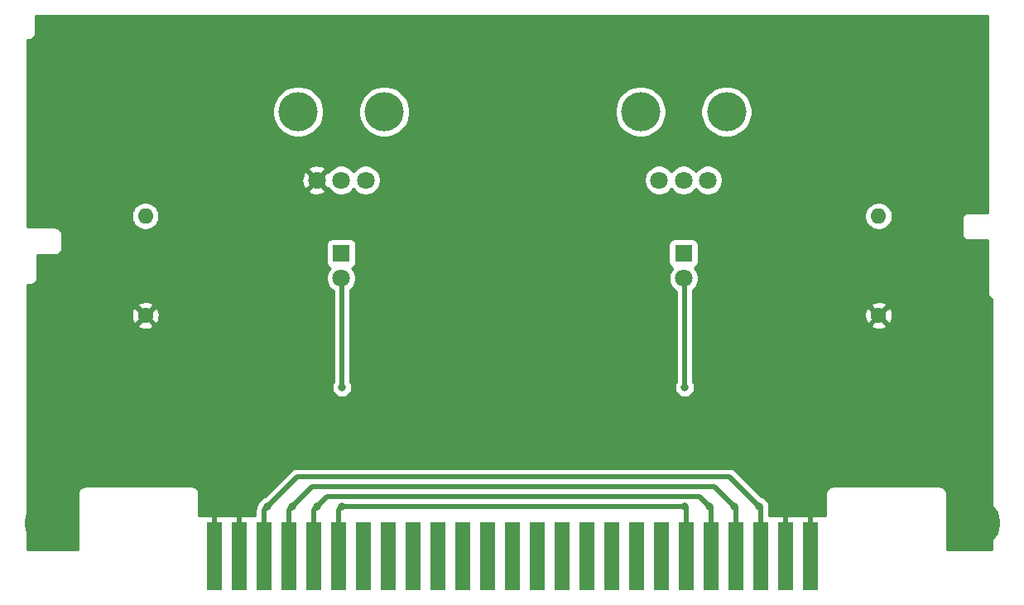
<source format=gbr>
G04 #@! TF.GenerationSoftware,KiCad,Pcbnew,(5.1.7)-1*
G04 #@! TF.CreationDate,2022-04-10T18:55:10-05:00*
G04 #@! TF.ProjectId,ConsolePedalDistortionSMT,436f6e73-6f6c-4655-9065-64616c446973,rev?*
G04 #@! TF.SameCoordinates,Original*
G04 #@! TF.FileFunction,Copper,L2,Bot*
G04 #@! TF.FilePolarity,Positive*
%FSLAX46Y46*%
G04 Gerber Fmt 4.6, Leading zero omitted, Abs format (unit mm)*
G04 Created by KiCad (PCBNEW (5.1.7)-1) date 2022-04-10 18:55:10*
%MOMM*%
%LPD*%
G01*
G04 APERTURE LIST*
G04 #@! TA.AperFunction,ComponentPad*
%ADD10C,1.600000*%
G04 #@! TD*
G04 #@! TA.AperFunction,ComponentPad*
%ADD11O,1.600000X1.600000*%
G04 #@! TD*
G04 #@! TA.AperFunction,ComponentPad*
%ADD12R,1.800000X1.800000*%
G04 #@! TD*
G04 #@! TA.AperFunction,ComponentPad*
%ADD13C,1.800000*%
G04 #@! TD*
G04 #@! TA.AperFunction,WasherPad*
%ADD14C,4.000000*%
G04 #@! TD*
G04 #@! TA.AperFunction,ComponentPad*
%ADD15C,5.000000*%
G04 #@! TD*
G04 #@! TA.AperFunction,ConnectorPad*
%ADD16R,1.500000X7.000000*%
G04 #@! TD*
G04 #@! TA.AperFunction,ViaPad*
%ADD17C,0.800000*%
G04 #@! TD*
G04 #@! TA.AperFunction,Conductor*
%ADD18C,0.500000*%
G04 #@! TD*
G04 #@! TA.AperFunction,Conductor*
%ADD19C,0.254000*%
G04 #@! TD*
G04 #@! TA.AperFunction,Conductor*
%ADD20C,0.100000*%
G04 #@! TD*
G04 APERTURE END LIST*
D10*
G04 #@! TO.P,R5,1*
G04 #@! TO.N,GND*
X170215000Y-101350000D03*
D11*
G04 #@! TO.P,R5,2*
G04 #@! TO.N,Net-(D2-Pad1)*
X170215000Y-91190000D03*
G04 #@! TD*
D12*
G04 #@! TO.P,D1,1*
G04 #@! TO.N,Net-(D1-Pad1)*
X115250000Y-95000000D03*
D13*
G04 #@! TO.P,D1,2*
G04 #@! TO.N,/LEDPower*
X115250000Y-97540000D03*
G04 #@! TD*
G04 #@! TO.P,D2,2*
G04 #@! TO.N,/LEDPower*
X150250000Y-97540000D03*
D12*
G04 #@! TO.P,D2,1*
G04 #@! TO.N,Net-(D2-Pad1)*
X150250000Y-95000000D03*
G04 #@! TD*
D14*
G04 #@! TO.P,RV1,*
G04 #@! TO.N,*
X154650000Y-80500000D03*
X145850000Y-80500000D03*
D13*
G04 #@! TO.P,RV1,1*
G04 #@! TO.N,Net-(C1-Pad2)*
X152750000Y-87500000D03*
G04 #@! TO.P,RV1,2*
G04 #@! TO.N,/Input*
X150250000Y-87500000D03*
G04 #@! TO.P,RV1,3*
X147750000Y-87500000D03*
G04 #@! TD*
G04 #@! TO.P,RV2,3*
G04 #@! TO.N,GND*
X112750000Y-87500000D03*
G04 #@! TO.P,RV2,2*
G04 #@! TO.N,/Output*
X115250000Y-87500000D03*
G04 #@! TO.P,RV2,1*
G04 #@! TO.N,Net-(C2-Pad1)*
X117750000Y-87500000D03*
D14*
G04 #@! TO.P,RV2,*
G04 #@! TO.N,*
X110850000Y-80500000D03*
X119650000Y-80500000D03*
G04 #@! TD*
D15*
G04 #@! TO.P,H1,1*
G04 #@! TO.N,GND*
X85350000Y-122600000D03*
G04 #@! TD*
G04 #@! TO.P,H2,1*
G04 #@! TO.N,GND*
X180150000Y-122600000D03*
G04 #@! TD*
D16*
G04 #@! TO.P,J1,50*
G04 #@! TO.N,GND*
X163230000Y-126000000D03*
G04 #@! TO.P,J1,49*
X160690000Y-126000000D03*
G04 #@! TO.P,J1,48*
G04 #@! TO.N,/Input*
X158150000Y-126000000D03*
G04 #@! TO.P,J1,47*
G04 #@! TO.N,/Output*
X155610000Y-126000000D03*
G04 #@! TO.P,J1,46*
G04 #@! TO.N,+9V*
X153070000Y-126000000D03*
G04 #@! TO.P,J1,45*
G04 #@! TO.N,/LEDPower*
X150530000Y-126000000D03*
G04 #@! TO.P,J1,44*
G04 #@! TO.N,N/C*
X147990000Y-126000000D03*
G04 #@! TO.P,J1,43*
X145450000Y-126000000D03*
G04 #@! TO.P,J1,42*
X142910000Y-126000000D03*
G04 #@! TO.P,J1,41*
X140370000Y-126000000D03*
G04 #@! TO.P,J1,40*
X137830000Y-126000000D03*
G04 #@! TO.P,J1,39*
X135290000Y-126000000D03*
G04 #@! TO.P,J1,38*
X132750000Y-126000000D03*
G04 #@! TO.P,J1,37*
X130210000Y-126000000D03*
G04 #@! TO.P,J1,36*
X127670000Y-126000000D03*
G04 #@! TO.P,J1,35*
X125130000Y-126000000D03*
G04 #@! TO.P,J1,34*
X122590000Y-126000000D03*
G04 #@! TO.P,J1,33*
X120050000Y-126000000D03*
G04 #@! TO.P,J1,32*
X117510000Y-126000000D03*
G04 #@! TO.P,J1,31*
G04 #@! TO.N,/LEDPower*
X114970000Y-126000000D03*
G04 #@! TO.P,J1,30*
G04 #@! TO.N,+9V*
X112430000Y-126000000D03*
G04 #@! TO.P,J1,29*
G04 #@! TO.N,/Output*
X109890000Y-126000000D03*
G04 #@! TO.P,J1,28*
G04 #@! TO.N,/Input*
X107350000Y-126000000D03*
G04 #@! TO.P,J1,27*
G04 #@! TO.N,GND*
X104810000Y-126000000D03*
G04 #@! TO.P,J1,26*
X102270000Y-126000000D03*
G04 #@! TD*
D10*
G04 #@! TO.P,R4,1*
G04 #@! TO.N,GND*
X95215000Y-101350000D03*
D11*
G04 #@! TO.P,R4,2*
G04 #@! TO.N,Net-(D1-Pad1)*
X95215000Y-91190000D03*
G04 #@! TD*
D17*
G04 #@! TO.N,GND*
X160528000Y-120904000D03*
X163068000Y-120904000D03*
X105156000Y-120904000D03*
X102616000Y-120904000D03*
X121920000Y-99568000D03*
X137160000Y-99568000D03*
X125476000Y-106172000D03*
X141224000Y-106172000D03*
X144272000Y-90932000D03*
G04 #@! TO.N,/LEDPower*
X150368000Y-120904000D03*
X115316000Y-120904000D03*
X150368000Y-108712000D03*
X115316000Y-108712000D03*
G04 #@! TO.N,/Input*
X157988000Y-120904000D03*
X107696000Y-120904000D03*
G04 #@! TO.N,/Output*
X155448000Y-120904000D03*
X110236000Y-120904000D03*
G04 #@! TO.N,+9V*
X152908000Y-120904000D03*
X112776000Y-120904000D03*
G04 #@! TD*
D18*
G04 #@! TO.N,GND*
X102270000Y-121250000D02*
X102616000Y-120904000D01*
X102270000Y-126000000D02*
X102270000Y-121250000D01*
X104810000Y-121250000D02*
X105156000Y-120904000D01*
X104810000Y-126000000D02*
X104810000Y-121250000D01*
X160690000Y-121066000D02*
X160528000Y-120904000D01*
X160690000Y-126000000D02*
X160690000Y-121066000D01*
X163230000Y-121066000D02*
X163068000Y-120904000D01*
X163230000Y-126000000D02*
X163230000Y-121066000D01*
G04 #@! TO.N,/LEDPower*
X114970000Y-121250000D02*
X115316000Y-120904000D01*
X114970000Y-126000000D02*
X114970000Y-121250000D01*
X150530000Y-121066000D02*
X150368000Y-120904000D01*
X150530000Y-126000000D02*
X150530000Y-121066000D01*
X115316000Y-120904000D02*
X150368000Y-120904000D01*
X150368000Y-97658000D02*
X150250000Y-97540000D01*
X150368000Y-108712000D02*
X150368000Y-97658000D01*
X115316000Y-97606000D02*
X115250000Y-97540000D01*
X115316000Y-108712000D02*
X115316000Y-97606000D01*
G04 #@! TO.N,/Input*
X158150000Y-121066000D02*
X157988000Y-120904000D01*
X158150000Y-126000000D02*
X158150000Y-121066000D01*
X107350000Y-121250000D02*
X107696000Y-120904000D01*
X107350000Y-126000000D02*
X107350000Y-121250000D01*
X157988000Y-120904000D02*
X154940000Y-117856000D01*
X110744000Y-117856000D02*
X107696000Y-120904000D01*
X154940000Y-117856000D02*
X110744000Y-117856000D01*
G04 #@! TO.N,/Output*
X109890000Y-121250000D02*
X110236000Y-120904000D01*
X109890000Y-126000000D02*
X109890000Y-121250000D01*
X155610000Y-121066000D02*
X155448000Y-120904000D01*
X155610000Y-126000000D02*
X155610000Y-121066000D01*
X153416000Y-118872000D02*
X155448000Y-120904000D01*
X112268000Y-118872000D02*
X153416000Y-118872000D01*
X110236000Y-120904000D02*
X112268000Y-118872000D01*
G04 #@! TO.N,+9V*
X153070000Y-121066000D02*
X152908000Y-120904000D01*
X153070000Y-126000000D02*
X153070000Y-121066000D01*
X112430000Y-121250000D02*
X112776000Y-120904000D01*
X112430000Y-126000000D02*
X112430000Y-121250000D01*
X113792000Y-119888000D02*
X112776000Y-120904000D01*
X151892000Y-119888000D02*
X113792000Y-119888000D01*
X152908000Y-120904000D02*
X151892000Y-119888000D01*
G04 #@! TD*
D19*
G04 #@! TO.N,GND*
X181323001Y-90823000D02*
X179433252Y-90823000D01*
X179400000Y-90819725D01*
X179366748Y-90823000D01*
X179267285Y-90832796D01*
X179139670Y-90871508D01*
X179022059Y-90934372D01*
X178918973Y-91018973D01*
X178834372Y-91122059D01*
X178771508Y-91239670D01*
X178732796Y-91367285D01*
X178719725Y-91500000D01*
X178723001Y-91533262D01*
X178723000Y-92966747D01*
X178719725Y-93000000D01*
X178732796Y-93132715D01*
X178771508Y-93260330D01*
X178834372Y-93377941D01*
X178918973Y-93481027D01*
X179022059Y-93565628D01*
X179139670Y-93628492D01*
X179267285Y-93667204D01*
X179400000Y-93680275D01*
X179433252Y-93677000D01*
X181323000Y-93677000D01*
X181323001Y-98966738D01*
X181319725Y-99000000D01*
X181332796Y-99132715D01*
X181371508Y-99260330D01*
X181434372Y-99377941D01*
X181518973Y-99481027D01*
X181622059Y-99565628D01*
X181739670Y-99628492D01*
X181823001Y-99653770D01*
X181823000Y-125323000D01*
X177177000Y-125323000D01*
X177177000Y-119533252D01*
X177180275Y-119500000D01*
X177167204Y-119367285D01*
X177128492Y-119239670D01*
X177065628Y-119122059D01*
X176981027Y-119018973D01*
X176877941Y-118934372D01*
X176760330Y-118871508D01*
X176632715Y-118832796D01*
X176533252Y-118823000D01*
X176500000Y-118819725D01*
X176466748Y-118823000D01*
X165513252Y-118823000D01*
X165480000Y-118819725D01*
X165446748Y-118823000D01*
X165347285Y-118832796D01*
X165219670Y-118871508D01*
X165102059Y-118934372D01*
X164998973Y-119018973D01*
X164914372Y-119122059D01*
X164851508Y-119239670D01*
X164812796Y-119367285D01*
X164799725Y-119500000D01*
X164803001Y-119533262D01*
X164803001Y-121793000D01*
X159027000Y-121793000D01*
X159027000Y-121109079D01*
X159031243Y-121066000D01*
X159015000Y-120901084D01*
X159015000Y-120802849D01*
X158975533Y-120604435D01*
X158898115Y-120417533D01*
X158785723Y-120249326D01*
X158642674Y-120106277D01*
X158474467Y-119993885D01*
X158287565Y-119916467D01*
X158229104Y-119904838D01*
X155590597Y-117266332D01*
X155563133Y-117232867D01*
X155429592Y-117123273D01*
X155277237Y-117041838D01*
X155111922Y-116991690D01*
X154983079Y-116979000D01*
X154940000Y-116974757D01*
X154896921Y-116979000D01*
X110787079Y-116979000D01*
X110744000Y-116974757D01*
X110572077Y-116991690D01*
X110406763Y-117041838D01*
X110254408Y-117123273D01*
X110120867Y-117232867D01*
X110093408Y-117266326D01*
X107454897Y-119904838D01*
X107396435Y-119916467D01*
X107209533Y-119993885D01*
X107041326Y-120106277D01*
X106898277Y-120249326D01*
X106785885Y-120417533D01*
X106708467Y-120604435D01*
X106696691Y-120663637D01*
X106617274Y-120760408D01*
X106535838Y-120912764D01*
X106485690Y-121078078D01*
X106468757Y-121250000D01*
X106473001Y-121293089D01*
X106473001Y-121793000D01*
X100697000Y-121793000D01*
X100697000Y-119533252D01*
X100700275Y-119500000D01*
X100687204Y-119367285D01*
X100648492Y-119239670D01*
X100585628Y-119122059D01*
X100501027Y-119018973D01*
X100397941Y-118934372D01*
X100280330Y-118871508D01*
X100152715Y-118832796D01*
X100053252Y-118823000D01*
X100020000Y-118819725D01*
X99986748Y-118823000D01*
X89033252Y-118823000D01*
X89000000Y-118819725D01*
X88966748Y-118823000D01*
X88867285Y-118832796D01*
X88739670Y-118871508D01*
X88622059Y-118934372D01*
X88518973Y-119018973D01*
X88434372Y-119122059D01*
X88371508Y-119239670D01*
X88332796Y-119367285D01*
X88319725Y-119500000D01*
X88323000Y-119533252D01*
X88323001Y-125323000D01*
X83177000Y-125323000D01*
X83177000Y-102342702D01*
X94401903Y-102342702D01*
X94473486Y-102586671D01*
X94728996Y-102707571D01*
X95003184Y-102776300D01*
X95285512Y-102790217D01*
X95565130Y-102748787D01*
X95831292Y-102653603D01*
X95956514Y-102586671D01*
X96028097Y-102342702D01*
X95215000Y-101529605D01*
X94401903Y-102342702D01*
X83177000Y-102342702D01*
X83177000Y-101420512D01*
X93774783Y-101420512D01*
X93816213Y-101700130D01*
X93911397Y-101966292D01*
X93978329Y-102091514D01*
X94222298Y-102163097D01*
X95035395Y-101350000D01*
X95394605Y-101350000D01*
X96207702Y-102163097D01*
X96451671Y-102091514D01*
X96572571Y-101836004D01*
X96641300Y-101561816D01*
X96655217Y-101279488D01*
X96613787Y-100999870D01*
X96518603Y-100733708D01*
X96451671Y-100608486D01*
X96207702Y-100536903D01*
X95394605Y-101350000D01*
X95035395Y-101350000D01*
X94222298Y-100536903D01*
X93978329Y-100608486D01*
X93857429Y-100863996D01*
X93788700Y-101138184D01*
X93774783Y-101420512D01*
X83177000Y-101420512D01*
X83177000Y-100357298D01*
X94401903Y-100357298D01*
X95215000Y-101170395D01*
X96028097Y-100357298D01*
X95956514Y-100113329D01*
X95701004Y-99992429D01*
X95426816Y-99923700D01*
X95144488Y-99909783D01*
X94864870Y-99951213D01*
X94598708Y-100046397D01*
X94473486Y-100113329D01*
X94401903Y-100357298D01*
X83177000Y-100357298D01*
X83177000Y-98177000D01*
X83466748Y-98177000D01*
X83500000Y-98180275D01*
X83533252Y-98177000D01*
X83632715Y-98167204D01*
X83760330Y-98128492D01*
X83877941Y-98065628D01*
X83981027Y-97981027D01*
X84065628Y-97877941D01*
X84128492Y-97760330D01*
X84167204Y-97632715D01*
X84180275Y-97500000D01*
X84177000Y-97466748D01*
X84177000Y-95177000D01*
X85966748Y-95177000D01*
X86000000Y-95180275D01*
X86033252Y-95177000D01*
X86132715Y-95167204D01*
X86260330Y-95128492D01*
X86377941Y-95065628D01*
X86481027Y-94981027D01*
X86565628Y-94877941D01*
X86628492Y-94760330D01*
X86667204Y-94632715D01*
X86680275Y-94500000D01*
X86677000Y-94466748D01*
X86677000Y-94100000D01*
X113719967Y-94100000D01*
X113719967Y-95900000D01*
X113732073Y-96022913D01*
X113767925Y-96141103D01*
X113826147Y-96250028D01*
X113904499Y-96345501D01*
X113999972Y-96423853D01*
X114108897Y-96482075D01*
X114139221Y-96491274D01*
X114063901Y-96566594D01*
X113896790Y-96816694D01*
X113781681Y-97094590D01*
X113723000Y-97389604D01*
X113723000Y-97690396D01*
X113781681Y-97985410D01*
X113896790Y-98263306D01*
X114063901Y-98513406D01*
X114276594Y-98726099D01*
X114439001Y-98834616D01*
X114439000Y-108175973D01*
X114405885Y-108225533D01*
X114328467Y-108412435D01*
X114289000Y-108610849D01*
X114289000Y-108813151D01*
X114328467Y-109011565D01*
X114405885Y-109198467D01*
X114518277Y-109366674D01*
X114661326Y-109509723D01*
X114829533Y-109622115D01*
X115016435Y-109699533D01*
X115214849Y-109739000D01*
X115417151Y-109739000D01*
X115615565Y-109699533D01*
X115802467Y-109622115D01*
X115970674Y-109509723D01*
X116113723Y-109366674D01*
X116226115Y-109198467D01*
X116303533Y-109011565D01*
X116343000Y-108813151D01*
X116343000Y-108610849D01*
X116303533Y-108412435D01*
X116226115Y-108225533D01*
X116193000Y-108175973D01*
X116193000Y-98746416D01*
X116223406Y-98726099D01*
X116436099Y-98513406D01*
X116603210Y-98263306D01*
X116718319Y-97985410D01*
X116777000Y-97690396D01*
X116777000Y-97389604D01*
X116718319Y-97094590D01*
X116603210Y-96816694D01*
X116436099Y-96566594D01*
X116360779Y-96491274D01*
X116391103Y-96482075D01*
X116500028Y-96423853D01*
X116595501Y-96345501D01*
X116673853Y-96250028D01*
X116732075Y-96141103D01*
X116767927Y-96022913D01*
X116780033Y-95900000D01*
X116780033Y-94100000D01*
X148719967Y-94100000D01*
X148719967Y-95900000D01*
X148732073Y-96022913D01*
X148767925Y-96141103D01*
X148826147Y-96250028D01*
X148904499Y-96345501D01*
X148999972Y-96423853D01*
X149108897Y-96482075D01*
X149139221Y-96491274D01*
X149063901Y-96566594D01*
X148896790Y-96816694D01*
X148781681Y-97094590D01*
X148723000Y-97389604D01*
X148723000Y-97690396D01*
X148781681Y-97985410D01*
X148896790Y-98263306D01*
X149063901Y-98513406D01*
X149276594Y-98726099D01*
X149491001Y-98869361D01*
X149491000Y-108175973D01*
X149457885Y-108225533D01*
X149380467Y-108412435D01*
X149341000Y-108610849D01*
X149341000Y-108813151D01*
X149380467Y-109011565D01*
X149457885Y-109198467D01*
X149570277Y-109366674D01*
X149713326Y-109509723D01*
X149881533Y-109622115D01*
X150068435Y-109699533D01*
X150266849Y-109739000D01*
X150469151Y-109739000D01*
X150667565Y-109699533D01*
X150854467Y-109622115D01*
X151022674Y-109509723D01*
X151165723Y-109366674D01*
X151278115Y-109198467D01*
X151355533Y-109011565D01*
X151395000Y-108813151D01*
X151395000Y-108610849D01*
X151355533Y-108412435D01*
X151278115Y-108225533D01*
X151245000Y-108175973D01*
X151245000Y-102342702D01*
X169401903Y-102342702D01*
X169473486Y-102586671D01*
X169728996Y-102707571D01*
X170003184Y-102776300D01*
X170285512Y-102790217D01*
X170565130Y-102748787D01*
X170831292Y-102653603D01*
X170956514Y-102586671D01*
X171028097Y-102342702D01*
X170215000Y-101529605D01*
X169401903Y-102342702D01*
X151245000Y-102342702D01*
X151245000Y-101420512D01*
X168774783Y-101420512D01*
X168816213Y-101700130D01*
X168911397Y-101966292D01*
X168978329Y-102091514D01*
X169222298Y-102163097D01*
X170035395Y-101350000D01*
X170394605Y-101350000D01*
X171207702Y-102163097D01*
X171451671Y-102091514D01*
X171572571Y-101836004D01*
X171641300Y-101561816D01*
X171655217Y-101279488D01*
X171613787Y-100999870D01*
X171518603Y-100733708D01*
X171451671Y-100608486D01*
X171207702Y-100536903D01*
X170394605Y-101350000D01*
X170035395Y-101350000D01*
X169222298Y-100536903D01*
X168978329Y-100608486D01*
X168857429Y-100863996D01*
X168788700Y-101138184D01*
X168774783Y-101420512D01*
X151245000Y-101420512D01*
X151245000Y-100357298D01*
X169401903Y-100357298D01*
X170215000Y-101170395D01*
X171028097Y-100357298D01*
X170956514Y-100113329D01*
X170701004Y-99992429D01*
X170426816Y-99923700D01*
X170144488Y-99909783D01*
X169864870Y-99951213D01*
X169598708Y-100046397D01*
X169473486Y-100113329D01*
X169401903Y-100357298D01*
X151245000Y-100357298D01*
X151245000Y-98704505D01*
X151436099Y-98513406D01*
X151603210Y-98263306D01*
X151718319Y-97985410D01*
X151777000Y-97690396D01*
X151777000Y-97389604D01*
X151718319Y-97094590D01*
X151603210Y-96816694D01*
X151436099Y-96566594D01*
X151360779Y-96491274D01*
X151391103Y-96482075D01*
X151500028Y-96423853D01*
X151595501Y-96345501D01*
X151673853Y-96250028D01*
X151732075Y-96141103D01*
X151767927Y-96022913D01*
X151780033Y-95900000D01*
X151780033Y-94100000D01*
X151767927Y-93977087D01*
X151732075Y-93858897D01*
X151673853Y-93749972D01*
X151595501Y-93654499D01*
X151500028Y-93576147D01*
X151391103Y-93517925D01*
X151272913Y-93482073D01*
X151150000Y-93469967D01*
X149350000Y-93469967D01*
X149227087Y-93482073D01*
X149108897Y-93517925D01*
X148999972Y-93576147D01*
X148904499Y-93654499D01*
X148826147Y-93749972D01*
X148767925Y-93858897D01*
X148732073Y-93977087D01*
X148719967Y-94100000D01*
X116780033Y-94100000D01*
X116767927Y-93977087D01*
X116732075Y-93858897D01*
X116673853Y-93749972D01*
X116595501Y-93654499D01*
X116500028Y-93576147D01*
X116391103Y-93517925D01*
X116272913Y-93482073D01*
X116150000Y-93469967D01*
X114350000Y-93469967D01*
X114227087Y-93482073D01*
X114108897Y-93517925D01*
X113999972Y-93576147D01*
X113904499Y-93654499D01*
X113826147Y-93749972D01*
X113767925Y-93858897D01*
X113732073Y-93977087D01*
X113719967Y-94100000D01*
X86677000Y-94100000D01*
X86677000Y-93033251D01*
X86680275Y-93000000D01*
X86667204Y-92867285D01*
X86628492Y-92739670D01*
X86565628Y-92622059D01*
X86481027Y-92518973D01*
X86377941Y-92434372D01*
X86260330Y-92371508D01*
X86132715Y-92332796D01*
X86033252Y-92323000D01*
X86000000Y-92319725D01*
X85966748Y-92323000D01*
X83177000Y-92323000D01*
X83177000Y-91049453D01*
X93788000Y-91049453D01*
X93788000Y-91330547D01*
X93842838Y-91606241D01*
X93950409Y-91865938D01*
X94106576Y-92099660D01*
X94305340Y-92298424D01*
X94539062Y-92454591D01*
X94798759Y-92562162D01*
X95074453Y-92617000D01*
X95355547Y-92617000D01*
X95631241Y-92562162D01*
X95890938Y-92454591D01*
X96124660Y-92298424D01*
X96323424Y-92099660D01*
X96479591Y-91865938D01*
X96587162Y-91606241D01*
X96642000Y-91330547D01*
X96642000Y-91049453D01*
X168788000Y-91049453D01*
X168788000Y-91330547D01*
X168842838Y-91606241D01*
X168950409Y-91865938D01*
X169106576Y-92099660D01*
X169305340Y-92298424D01*
X169539062Y-92454591D01*
X169798759Y-92562162D01*
X170074453Y-92617000D01*
X170355547Y-92617000D01*
X170631241Y-92562162D01*
X170890938Y-92454591D01*
X171124660Y-92298424D01*
X171323424Y-92099660D01*
X171479591Y-91865938D01*
X171587162Y-91606241D01*
X171642000Y-91330547D01*
X171642000Y-91049453D01*
X171587162Y-90773759D01*
X171479591Y-90514062D01*
X171323424Y-90280340D01*
X171124660Y-90081576D01*
X170890938Y-89925409D01*
X170631241Y-89817838D01*
X170355547Y-89763000D01*
X170074453Y-89763000D01*
X169798759Y-89817838D01*
X169539062Y-89925409D01*
X169305340Y-90081576D01*
X169106576Y-90280340D01*
X168950409Y-90514062D01*
X168842838Y-90773759D01*
X168788000Y-91049453D01*
X96642000Y-91049453D01*
X96587162Y-90773759D01*
X96479591Y-90514062D01*
X96323424Y-90280340D01*
X96124660Y-90081576D01*
X95890938Y-89925409D01*
X95631241Y-89817838D01*
X95355547Y-89763000D01*
X95074453Y-89763000D01*
X94798759Y-89817838D01*
X94539062Y-89925409D01*
X94305340Y-90081576D01*
X94106576Y-90280340D01*
X93950409Y-90514062D01*
X93842838Y-90773759D01*
X93788000Y-91049453D01*
X83177000Y-91049453D01*
X83177000Y-88564080D01*
X111865525Y-88564080D01*
X111949208Y-88818261D01*
X112221775Y-88949158D01*
X112514642Y-89024365D01*
X112816553Y-89040991D01*
X113115907Y-88998397D01*
X113401199Y-88898222D01*
X113550792Y-88818261D01*
X113634475Y-88564080D01*
X112750000Y-87679605D01*
X111865525Y-88564080D01*
X83177000Y-88564080D01*
X83177000Y-87566553D01*
X111209009Y-87566553D01*
X111251603Y-87865907D01*
X111351778Y-88151199D01*
X111431739Y-88300792D01*
X111685920Y-88384475D01*
X112570395Y-87500000D01*
X112929605Y-87500000D01*
X113814080Y-88384475D01*
X113970147Y-88333094D01*
X114063901Y-88473406D01*
X114276594Y-88686099D01*
X114526694Y-88853210D01*
X114804590Y-88968319D01*
X115099604Y-89027000D01*
X115400396Y-89027000D01*
X115695410Y-88968319D01*
X115973306Y-88853210D01*
X116223406Y-88686099D01*
X116436099Y-88473406D01*
X116500000Y-88377771D01*
X116563901Y-88473406D01*
X116776594Y-88686099D01*
X117026694Y-88853210D01*
X117304590Y-88968319D01*
X117599604Y-89027000D01*
X117900396Y-89027000D01*
X118195410Y-88968319D01*
X118473306Y-88853210D01*
X118723406Y-88686099D01*
X118936099Y-88473406D01*
X119103210Y-88223306D01*
X119218319Y-87945410D01*
X119277000Y-87650396D01*
X119277000Y-87349604D01*
X146223000Y-87349604D01*
X146223000Y-87650396D01*
X146281681Y-87945410D01*
X146396790Y-88223306D01*
X146563901Y-88473406D01*
X146776594Y-88686099D01*
X147026694Y-88853210D01*
X147304590Y-88968319D01*
X147599604Y-89027000D01*
X147900396Y-89027000D01*
X148195410Y-88968319D01*
X148473306Y-88853210D01*
X148723406Y-88686099D01*
X148936099Y-88473406D01*
X149000000Y-88377771D01*
X149063901Y-88473406D01*
X149276594Y-88686099D01*
X149526694Y-88853210D01*
X149804590Y-88968319D01*
X150099604Y-89027000D01*
X150400396Y-89027000D01*
X150695410Y-88968319D01*
X150973306Y-88853210D01*
X151223406Y-88686099D01*
X151436099Y-88473406D01*
X151500000Y-88377771D01*
X151563901Y-88473406D01*
X151776594Y-88686099D01*
X152026694Y-88853210D01*
X152304590Y-88968319D01*
X152599604Y-89027000D01*
X152900396Y-89027000D01*
X153195410Y-88968319D01*
X153473306Y-88853210D01*
X153723406Y-88686099D01*
X153936099Y-88473406D01*
X154103210Y-88223306D01*
X154218319Y-87945410D01*
X154277000Y-87650396D01*
X154277000Y-87349604D01*
X154218319Y-87054590D01*
X154103210Y-86776694D01*
X153936099Y-86526594D01*
X153723406Y-86313901D01*
X153473306Y-86146790D01*
X153195410Y-86031681D01*
X152900396Y-85973000D01*
X152599604Y-85973000D01*
X152304590Y-86031681D01*
X152026694Y-86146790D01*
X151776594Y-86313901D01*
X151563901Y-86526594D01*
X151500000Y-86622229D01*
X151436099Y-86526594D01*
X151223406Y-86313901D01*
X150973306Y-86146790D01*
X150695410Y-86031681D01*
X150400396Y-85973000D01*
X150099604Y-85973000D01*
X149804590Y-86031681D01*
X149526694Y-86146790D01*
X149276594Y-86313901D01*
X149063901Y-86526594D01*
X149000000Y-86622229D01*
X148936099Y-86526594D01*
X148723406Y-86313901D01*
X148473306Y-86146790D01*
X148195410Y-86031681D01*
X147900396Y-85973000D01*
X147599604Y-85973000D01*
X147304590Y-86031681D01*
X147026694Y-86146790D01*
X146776594Y-86313901D01*
X146563901Y-86526594D01*
X146396790Y-86776694D01*
X146281681Y-87054590D01*
X146223000Y-87349604D01*
X119277000Y-87349604D01*
X119218319Y-87054590D01*
X119103210Y-86776694D01*
X118936099Y-86526594D01*
X118723406Y-86313901D01*
X118473306Y-86146790D01*
X118195410Y-86031681D01*
X117900396Y-85973000D01*
X117599604Y-85973000D01*
X117304590Y-86031681D01*
X117026694Y-86146790D01*
X116776594Y-86313901D01*
X116563901Y-86526594D01*
X116500000Y-86622229D01*
X116436099Y-86526594D01*
X116223406Y-86313901D01*
X115973306Y-86146790D01*
X115695410Y-86031681D01*
X115400396Y-85973000D01*
X115099604Y-85973000D01*
X114804590Y-86031681D01*
X114526694Y-86146790D01*
X114276594Y-86313901D01*
X114063901Y-86526594D01*
X113970147Y-86666906D01*
X113814080Y-86615525D01*
X112929605Y-87500000D01*
X112570395Y-87500000D01*
X111685920Y-86615525D01*
X111431739Y-86699208D01*
X111300842Y-86971775D01*
X111225635Y-87264642D01*
X111209009Y-87566553D01*
X83177000Y-87566553D01*
X83177000Y-86435920D01*
X111865525Y-86435920D01*
X112750000Y-87320395D01*
X113634475Y-86435920D01*
X113550792Y-86181739D01*
X113278225Y-86050842D01*
X112985358Y-85975635D01*
X112683447Y-85959009D01*
X112384093Y-86001603D01*
X112098801Y-86101778D01*
X111949208Y-86181739D01*
X111865525Y-86435920D01*
X83177000Y-86435920D01*
X83177000Y-80241263D01*
X108223000Y-80241263D01*
X108223000Y-80758737D01*
X108323954Y-81266268D01*
X108521983Y-81744351D01*
X108809476Y-82174615D01*
X109175385Y-82540524D01*
X109605649Y-82828017D01*
X110083732Y-83026046D01*
X110591263Y-83127000D01*
X111108737Y-83127000D01*
X111616268Y-83026046D01*
X112094351Y-82828017D01*
X112524615Y-82540524D01*
X112890524Y-82174615D01*
X113178017Y-81744351D01*
X113376046Y-81266268D01*
X113477000Y-80758737D01*
X113477000Y-80241263D01*
X117023000Y-80241263D01*
X117023000Y-80758737D01*
X117123954Y-81266268D01*
X117321983Y-81744351D01*
X117609476Y-82174615D01*
X117975385Y-82540524D01*
X118405649Y-82828017D01*
X118883732Y-83026046D01*
X119391263Y-83127000D01*
X119908737Y-83127000D01*
X120416268Y-83026046D01*
X120894351Y-82828017D01*
X121324615Y-82540524D01*
X121690524Y-82174615D01*
X121978017Y-81744351D01*
X122176046Y-81266268D01*
X122277000Y-80758737D01*
X122277000Y-80241263D01*
X143223000Y-80241263D01*
X143223000Y-80758737D01*
X143323954Y-81266268D01*
X143521983Y-81744351D01*
X143809476Y-82174615D01*
X144175385Y-82540524D01*
X144605649Y-82828017D01*
X145083732Y-83026046D01*
X145591263Y-83127000D01*
X146108737Y-83127000D01*
X146616268Y-83026046D01*
X147094351Y-82828017D01*
X147524615Y-82540524D01*
X147890524Y-82174615D01*
X148178017Y-81744351D01*
X148376046Y-81266268D01*
X148477000Y-80758737D01*
X148477000Y-80241263D01*
X152023000Y-80241263D01*
X152023000Y-80758737D01*
X152123954Y-81266268D01*
X152321983Y-81744351D01*
X152609476Y-82174615D01*
X152975385Y-82540524D01*
X153405649Y-82828017D01*
X153883732Y-83026046D01*
X154391263Y-83127000D01*
X154908737Y-83127000D01*
X155416268Y-83026046D01*
X155894351Y-82828017D01*
X156324615Y-82540524D01*
X156690524Y-82174615D01*
X156978017Y-81744351D01*
X157176046Y-81266268D01*
X157277000Y-80758737D01*
X157277000Y-80241263D01*
X157176046Y-79733732D01*
X156978017Y-79255649D01*
X156690524Y-78825385D01*
X156324615Y-78459476D01*
X155894351Y-78171983D01*
X155416268Y-77973954D01*
X154908737Y-77873000D01*
X154391263Y-77873000D01*
X153883732Y-77973954D01*
X153405649Y-78171983D01*
X152975385Y-78459476D01*
X152609476Y-78825385D01*
X152321983Y-79255649D01*
X152123954Y-79733732D01*
X152023000Y-80241263D01*
X148477000Y-80241263D01*
X148376046Y-79733732D01*
X148178017Y-79255649D01*
X147890524Y-78825385D01*
X147524615Y-78459476D01*
X147094351Y-78171983D01*
X146616268Y-77973954D01*
X146108737Y-77873000D01*
X145591263Y-77873000D01*
X145083732Y-77973954D01*
X144605649Y-78171983D01*
X144175385Y-78459476D01*
X143809476Y-78825385D01*
X143521983Y-79255649D01*
X143323954Y-79733732D01*
X143223000Y-80241263D01*
X122277000Y-80241263D01*
X122176046Y-79733732D01*
X121978017Y-79255649D01*
X121690524Y-78825385D01*
X121324615Y-78459476D01*
X120894351Y-78171983D01*
X120416268Y-77973954D01*
X119908737Y-77873000D01*
X119391263Y-77873000D01*
X118883732Y-77973954D01*
X118405649Y-78171983D01*
X117975385Y-78459476D01*
X117609476Y-78825385D01*
X117321983Y-79255649D01*
X117123954Y-79733732D01*
X117023000Y-80241263D01*
X113477000Y-80241263D01*
X113376046Y-79733732D01*
X113178017Y-79255649D01*
X112890524Y-78825385D01*
X112524615Y-78459476D01*
X112094351Y-78171983D01*
X111616268Y-77973954D01*
X111108737Y-77873000D01*
X110591263Y-77873000D01*
X110083732Y-77973954D01*
X109605649Y-78171983D01*
X109175385Y-78459476D01*
X108809476Y-78825385D01*
X108521983Y-79255649D01*
X108323954Y-79733732D01*
X108223000Y-80241263D01*
X83177000Y-80241263D01*
X83177000Y-73177000D01*
X83266748Y-73177000D01*
X83300000Y-73180275D01*
X83333252Y-73177000D01*
X83432715Y-73167204D01*
X83560330Y-73128492D01*
X83677941Y-73065628D01*
X83781027Y-72981027D01*
X83865628Y-72877941D01*
X83928492Y-72760330D01*
X83967204Y-72632715D01*
X83980275Y-72500000D01*
X83977000Y-72466748D01*
X83977000Y-70677000D01*
X181323000Y-70677000D01*
X181323001Y-90823000D01*
G04 #@! TA.AperFunction,Conductor*
D20*
G36*
X181323001Y-90823000D02*
G01*
X179433252Y-90823000D01*
X179400000Y-90819725D01*
X179366748Y-90823000D01*
X179267285Y-90832796D01*
X179139670Y-90871508D01*
X179022059Y-90934372D01*
X178918973Y-91018973D01*
X178834372Y-91122059D01*
X178771508Y-91239670D01*
X178732796Y-91367285D01*
X178719725Y-91500000D01*
X178723001Y-91533262D01*
X178723000Y-92966747D01*
X178719725Y-93000000D01*
X178732796Y-93132715D01*
X178771508Y-93260330D01*
X178834372Y-93377941D01*
X178918973Y-93481027D01*
X179022059Y-93565628D01*
X179139670Y-93628492D01*
X179267285Y-93667204D01*
X179400000Y-93680275D01*
X179433252Y-93677000D01*
X181323000Y-93677000D01*
X181323001Y-98966738D01*
X181319725Y-99000000D01*
X181332796Y-99132715D01*
X181371508Y-99260330D01*
X181434372Y-99377941D01*
X181518973Y-99481027D01*
X181622059Y-99565628D01*
X181739670Y-99628492D01*
X181823001Y-99653770D01*
X181823000Y-125323000D01*
X177177000Y-125323000D01*
X177177000Y-119533252D01*
X177180275Y-119500000D01*
X177167204Y-119367285D01*
X177128492Y-119239670D01*
X177065628Y-119122059D01*
X176981027Y-119018973D01*
X176877941Y-118934372D01*
X176760330Y-118871508D01*
X176632715Y-118832796D01*
X176533252Y-118823000D01*
X176500000Y-118819725D01*
X176466748Y-118823000D01*
X165513252Y-118823000D01*
X165480000Y-118819725D01*
X165446748Y-118823000D01*
X165347285Y-118832796D01*
X165219670Y-118871508D01*
X165102059Y-118934372D01*
X164998973Y-119018973D01*
X164914372Y-119122059D01*
X164851508Y-119239670D01*
X164812796Y-119367285D01*
X164799725Y-119500000D01*
X164803001Y-119533262D01*
X164803001Y-121793000D01*
X159027000Y-121793000D01*
X159027000Y-121109079D01*
X159031243Y-121066000D01*
X159015000Y-120901084D01*
X159015000Y-120802849D01*
X158975533Y-120604435D01*
X158898115Y-120417533D01*
X158785723Y-120249326D01*
X158642674Y-120106277D01*
X158474467Y-119993885D01*
X158287565Y-119916467D01*
X158229104Y-119904838D01*
X155590597Y-117266332D01*
X155563133Y-117232867D01*
X155429592Y-117123273D01*
X155277237Y-117041838D01*
X155111922Y-116991690D01*
X154983079Y-116979000D01*
X154940000Y-116974757D01*
X154896921Y-116979000D01*
X110787079Y-116979000D01*
X110744000Y-116974757D01*
X110572077Y-116991690D01*
X110406763Y-117041838D01*
X110254408Y-117123273D01*
X110120867Y-117232867D01*
X110093408Y-117266326D01*
X107454897Y-119904838D01*
X107396435Y-119916467D01*
X107209533Y-119993885D01*
X107041326Y-120106277D01*
X106898277Y-120249326D01*
X106785885Y-120417533D01*
X106708467Y-120604435D01*
X106696691Y-120663637D01*
X106617274Y-120760408D01*
X106535838Y-120912764D01*
X106485690Y-121078078D01*
X106468757Y-121250000D01*
X106473001Y-121293089D01*
X106473001Y-121793000D01*
X100697000Y-121793000D01*
X100697000Y-119533252D01*
X100700275Y-119500000D01*
X100687204Y-119367285D01*
X100648492Y-119239670D01*
X100585628Y-119122059D01*
X100501027Y-119018973D01*
X100397941Y-118934372D01*
X100280330Y-118871508D01*
X100152715Y-118832796D01*
X100053252Y-118823000D01*
X100020000Y-118819725D01*
X99986748Y-118823000D01*
X89033252Y-118823000D01*
X89000000Y-118819725D01*
X88966748Y-118823000D01*
X88867285Y-118832796D01*
X88739670Y-118871508D01*
X88622059Y-118934372D01*
X88518973Y-119018973D01*
X88434372Y-119122059D01*
X88371508Y-119239670D01*
X88332796Y-119367285D01*
X88319725Y-119500000D01*
X88323000Y-119533252D01*
X88323001Y-125323000D01*
X83177000Y-125323000D01*
X83177000Y-102342702D01*
X94401903Y-102342702D01*
X94473486Y-102586671D01*
X94728996Y-102707571D01*
X95003184Y-102776300D01*
X95285512Y-102790217D01*
X95565130Y-102748787D01*
X95831292Y-102653603D01*
X95956514Y-102586671D01*
X96028097Y-102342702D01*
X95215000Y-101529605D01*
X94401903Y-102342702D01*
X83177000Y-102342702D01*
X83177000Y-101420512D01*
X93774783Y-101420512D01*
X93816213Y-101700130D01*
X93911397Y-101966292D01*
X93978329Y-102091514D01*
X94222298Y-102163097D01*
X95035395Y-101350000D01*
X95394605Y-101350000D01*
X96207702Y-102163097D01*
X96451671Y-102091514D01*
X96572571Y-101836004D01*
X96641300Y-101561816D01*
X96655217Y-101279488D01*
X96613787Y-100999870D01*
X96518603Y-100733708D01*
X96451671Y-100608486D01*
X96207702Y-100536903D01*
X95394605Y-101350000D01*
X95035395Y-101350000D01*
X94222298Y-100536903D01*
X93978329Y-100608486D01*
X93857429Y-100863996D01*
X93788700Y-101138184D01*
X93774783Y-101420512D01*
X83177000Y-101420512D01*
X83177000Y-100357298D01*
X94401903Y-100357298D01*
X95215000Y-101170395D01*
X96028097Y-100357298D01*
X95956514Y-100113329D01*
X95701004Y-99992429D01*
X95426816Y-99923700D01*
X95144488Y-99909783D01*
X94864870Y-99951213D01*
X94598708Y-100046397D01*
X94473486Y-100113329D01*
X94401903Y-100357298D01*
X83177000Y-100357298D01*
X83177000Y-98177000D01*
X83466748Y-98177000D01*
X83500000Y-98180275D01*
X83533252Y-98177000D01*
X83632715Y-98167204D01*
X83760330Y-98128492D01*
X83877941Y-98065628D01*
X83981027Y-97981027D01*
X84065628Y-97877941D01*
X84128492Y-97760330D01*
X84167204Y-97632715D01*
X84180275Y-97500000D01*
X84177000Y-97466748D01*
X84177000Y-95177000D01*
X85966748Y-95177000D01*
X86000000Y-95180275D01*
X86033252Y-95177000D01*
X86132715Y-95167204D01*
X86260330Y-95128492D01*
X86377941Y-95065628D01*
X86481027Y-94981027D01*
X86565628Y-94877941D01*
X86628492Y-94760330D01*
X86667204Y-94632715D01*
X86680275Y-94500000D01*
X86677000Y-94466748D01*
X86677000Y-94100000D01*
X113719967Y-94100000D01*
X113719967Y-95900000D01*
X113732073Y-96022913D01*
X113767925Y-96141103D01*
X113826147Y-96250028D01*
X113904499Y-96345501D01*
X113999972Y-96423853D01*
X114108897Y-96482075D01*
X114139221Y-96491274D01*
X114063901Y-96566594D01*
X113896790Y-96816694D01*
X113781681Y-97094590D01*
X113723000Y-97389604D01*
X113723000Y-97690396D01*
X113781681Y-97985410D01*
X113896790Y-98263306D01*
X114063901Y-98513406D01*
X114276594Y-98726099D01*
X114439001Y-98834616D01*
X114439000Y-108175973D01*
X114405885Y-108225533D01*
X114328467Y-108412435D01*
X114289000Y-108610849D01*
X114289000Y-108813151D01*
X114328467Y-109011565D01*
X114405885Y-109198467D01*
X114518277Y-109366674D01*
X114661326Y-109509723D01*
X114829533Y-109622115D01*
X115016435Y-109699533D01*
X115214849Y-109739000D01*
X115417151Y-109739000D01*
X115615565Y-109699533D01*
X115802467Y-109622115D01*
X115970674Y-109509723D01*
X116113723Y-109366674D01*
X116226115Y-109198467D01*
X116303533Y-109011565D01*
X116343000Y-108813151D01*
X116343000Y-108610849D01*
X116303533Y-108412435D01*
X116226115Y-108225533D01*
X116193000Y-108175973D01*
X116193000Y-98746416D01*
X116223406Y-98726099D01*
X116436099Y-98513406D01*
X116603210Y-98263306D01*
X116718319Y-97985410D01*
X116777000Y-97690396D01*
X116777000Y-97389604D01*
X116718319Y-97094590D01*
X116603210Y-96816694D01*
X116436099Y-96566594D01*
X116360779Y-96491274D01*
X116391103Y-96482075D01*
X116500028Y-96423853D01*
X116595501Y-96345501D01*
X116673853Y-96250028D01*
X116732075Y-96141103D01*
X116767927Y-96022913D01*
X116780033Y-95900000D01*
X116780033Y-94100000D01*
X148719967Y-94100000D01*
X148719967Y-95900000D01*
X148732073Y-96022913D01*
X148767925Y-96141103D01*
X148826147Y-96250028D01*
X148904499Y-96345501D01*
X148999972Y-96423853D01*
X149108897Y-96482075D01*
X149139221Y-96491274D01*
X149063901Y-96566594D01*
X148896790Y-96816694D01*
X148781681Y-97094590D01*
X148723000Y-97389604D01*
X148723000Y-97690396D01*
X148781681Y-97985410D01*
X148896790Y-98263306D01*
X149063901Y-98513406D01*
X149276594Y-98726099D01*
X149491001Y-98869361D01*
X149491000Y-108175973D01*
X149457885Y-108225533D01*
X149380467Y-108412435D01*
X149341000Y-108610849D01*
X149341000Y-108813151D01*
X149380467Y-109011565D01*
X149457885Y-109198467D01*
X149570277Y-109366674D01*
X149713326Y-109509723D01*
X149881533Y-109622115D01*
X150068435Y-109699533D01*
X150266849Y-109739000D01*
X150469151Y-109739000D01*
X150667565Y-109699533D01*
X150854467Y-109622115D01*
X151022674Y-109509723D01*
X151165723Y-109366674D01*
X151278115Y-109198467D01*
X151355533Y-109011565D01*
X151395000Y-108813151D01*
X151395000Y-108610849D01*
X151355533Y-108412435D01*
X151278115Y-108225533D01*
X151245000Y-108175973D01*
X151245000Y-102342702D01*
X169401903Y-102342702D01*
X169473486Y-102586671D01*
X169728996Y-102707571D01*
X170003184Y-102776300D01*
X170285512Y-102790217D01*
X170565130Y-102748787D01*
X170831292Y-102653603D01*
X170956514Y-102586671D01*
X171028097Y-102342702D01*
X170215000Y-101529605D01*
X169401903Y-102342702D01*
X151245000Y-102342702D01*
X151245000Y-101420512D01*
X168774783Y-101420512D01*
X168816213Y-101700130D01*
X168911397Y-101966292D01*
X168978329Y-102091514D01*
X169222298Y-102163097D01*
X170035395Y-101350000D01*
X170394605Y-101350000D01*
X171207702Y-102163097D01*
X171451671Y-102091514D01*
X171572571Y-101836004D01*
X171641300Y-101561816D01*
X171655217Y-101279488D01*
X171613787Y-100999870D01*
X171518603Y-100733708D01*
X171451671Y-100608486D01*
X171207702Y-100536903D01*
X170394605Y-101350000D01*
X170035395Y-101350000D01*
X169222298Y-100536903D01*
X168978329Y-100608486D01*
X168857429Y-100863996D01*
X168788700Y-101138184D01*
X168774783Y-101420512D01*
X151245000Y-101420512D01*
X151245000Y-100357298D01*
X169401903Y-100357298D01*
X170215000Y-101170395D01*
X171028097Y-100357298D01*
X170956514Y-100113329D01*
X170701004Y-99992429D01*
X170426816Y-99923700D01*
X170144488Y-99909783D01*
X169864870Y-99951213D01*
X169598708Y-100046397D01*
X169473486Y-100113329D01*
X169401903Y-100357298D01*
X151245000Y-100357298D01*
X151245000Y-98704505D01*
X151436099Y-98513406D01*
X151603210Y-98263306D01*
X151718319Y-97985410D01*
X151777000Y-97690396D01*
X151777000Y-97389604D01*
X151718319Y-97094590D01*
X151603210Y-96816694D01*
X151436099Y-96566594D01*
X151360779Y-96491274D01*
X151391103Y-96482075D01*
X151500028Y-96423853D01*
X151595501Y-96345501D01*
X151673853Y-96250028D01*
X151732075Y-96141103D01*
X151767927Y-96022913D01*
X151780033Y-95900000D01*
X151780033Y-94100000D01*
X151767927Y-93977087D01*
X151732075Y-93858897D01*
X151673853Y-93749972D01*
X151595501Y-93654499D01*
X151500028Y-93576147D01*
X151391103Y-93517925D01*
X151272913Y-93482073D01*
X151150000Y-93469967D01*
X149350000Y-93469967D01*
X149227087Y-93482073D01*
X149108897Y-93517925D01*
X148999972Y-93576147D01*
X148904499Y-93654499D01*
X148826147Y-93749972D01*
X148767925Y-93858897D01*
X148732073Y-93977087D01*
X148719967Y-94100000D01*
X116780033Y-94100000D01*
X116767927Y-93977087D01*
X116732075Y-93858897D01*
X116673853Y-93749972D01*
X116595501Y-93654499D01*
X116500028Y-93576147D01*
X116391103Y-93517925D01*
X116272913Y-93482073D01*
X116150000Y-93469967D01*
X114350000Y-93469967D01*
X114227087Y-93482073D01*
X114108897Y-93517925D01*
X113999972Y-93576147D01*
X113904499Y-93654499D01*
X113826147Y-93749972D01*
X113767925Y-93858897D01*
X113732073Y-93977087D01*
X113719967Y-94100000D01*
X86677000Y-94100000D01*
X86677000Y-93033251D01*
X86680275Y-93000000D01*
X86667204Y-92867285D01*
X86628492Y-92739670D01*
X86565628Y-92622059D01*
X86481027Y-92518973D01*
X86377941Y-92434372D01*
X86260330Y-92371508D01*
X86132715Y-92332796D01*
X86033252Y-92323000D01*
X86000000Y-92319725D01*
X85966748Y-92323000D01*
X83177000Y-92323000D01*
X83177000Y-91049453D01*
X93788000Y-91049453D01*
X93788000Y-91330547D01*
X93842838Y-91606241D01*
X93950409Y-91865938D01*
X94106576Y-92099660D01*
X94305340Y-92298424D01*
X94539062Y-92454591D01*
X94798759Y-92562162D01*
X95074453Y-92617000D01*
X95355547Y-92617000D01*
X95631241Y-92562162D01*
X95890938Y-92454591D01*
X96124660Y-92298424D01*
X96323424Y-92099660D01*
X96479591Y-91865938D01*
X96587162Y-91606241D01*
X96642000Y-91330547D01*
X96642000Y-91049453D01*
X168788000Y-91049453D01*
X168788000Y-91330547D01*
X168842838Y-91606241D01*
X168950409Y-91865938D01*
X169106576Y-92099660D01*
X169305340Y-92298424D01*
X169539062Y-92454591D01*
X169798759Y-92562162D01*
X170074453Y-92617000D01*
X170355547Y-92617000D01*
X170631241Y-92562162D01*
X170890938Y-92454591D01*
X171124660Y-92298424D01*
X171323424Y-92099660D01*
X171479591Y-91865938D01*
X171587162Y-91606241D01*
X171642000Y-91330547D01*
X171642000Y-91049453D01*
X171587162Y-90773759D01*
X171479591Y-90514062D01*
X171323424Y-90280340D01*
X171124660Y-90081576D01*
X170890938Y-89925409D01*
X170631241Y-89817838D01*
X170355547Y-89763000D01*
X170074453Y-89763000D01*
X169798759Y-89817838D01*
X169539062Y-89925409D01*
X169305340Y-90081576D01*
X169106576Y-90280340D01*
X168950409Y-90514062D01*
X168842838Y-90773759D01*
X168788000Y-91049453D01*
X96642000Y-91049453D01*
X96587162Y-90773759D01*
X96479591Y-90514062D01*
X96323424Y-90280340D01*
X96124660Y-90081576D01*
X95890938Y-89925409D01*
X95631241Y-89817838D01*
X95355547Y-89763000D01*
X95074453Y-89763000D01*
X94798759Y-89817838D01*
X94539062Y-89925409D01*
X94305340Y-90081576D01*
X94106576Y-90280340D01*
X93950409Y-90514062D01*
X93842838Y-90773759D01*
X93788000Y-91049453D01*
X83177000Y-91049453D01*
X83177000Y-88564080D01*
X111865525Y-88564080D01*
X111949208Y-88818261D01*
X112221775Y-88949158D01*
X112514642Y-89024365D01*
X112816553Y-89040991D01*
X113115907Y-88998397D01*
X113401199Y-88898222D01*
X113550792Y-88818261D01*
X113634475Y-88564080D01*
X112750000Y-87679605D01*
X111865525Y-88564080D01*
X83177000Y-88564080D01*
X83177000Y-87566553D01*
X111209009Y-87566553D01*
X111251603Y-87865907D01*
X111351778Y-88151199D01*
X111431739Y-88300792D01*
X111685920Y-88384475D01*
X112570395Y-87500000D01*
X112929605Y-87500000D01*
X113814080Y-88384475D01*
X113970147Y-88333094D01*
X114063901Y-88473406D01*
X114276594Y-88686099D01*
X114526694Y-88853210D01*
X114804590Y-88968319D01*
X115099604Y-89027000D01*
X115400396Y-89027000D01*
X115695410Y-88968319D01*
X115973306Y-88853210D01*
X116223406Y-88686099D01*
X116436099Y-88473406D01*
X116500000Y-88377771D01*
X116563901Y-88473406D01*
X116776594Y-88686099D01*
X117026694Y-88853210D01*
X117304590Y-88968319D01*
X117599604Y-89027000D01*
X117900396Y-89027000D01*
X118195410Y-88968319D01*
X118473306Y-88853210D01*
X118723406Y-88686099D01*
X118936099Y-88473406D01*
X119103210Y-88223306D01*
X119218319Y-87945410D01*
X119277000Y-87650396D01*
X119277000Y-87349604D01*
X146223000Y-87349604D01*
X146223000Y-87650396D01*
X146281681Y-87945410D01*
X146396790Y-88223306D01*
X146563901Y-88473406D01*
X146776594Y-88686099D01*
X147026694Y-88853210D01*
X147304590Y-88968319D01*
X147599604Y-89027000D01*
X147900396Y-89027000D01*
X148195410Y-88968319D01*
X148473306Y-88853210D01*
X148723406Y-88686099D01*
X148936099Y-88473406D01*
X149000000Y-88377771D01*
X149063901Y-88473406D01*
X149276594Y-88686099D01*
X149526694Y-88853210D01*
X149804590Y-88968319D01*
X150099604Y-89027000D01*
X150400396Y-89027000D01*
X150695410Y-88968319D01*
X150973306Y-88853210D01*
X151223406Y-88686099D01*
X151436099Y-88473406D01*
X151500000Y-88377771D01*
X151563901Y-88473406D01*
X151776594Y-88686099D01*
X152026694Y-88853210D01*
X152304590Y-88968319D01*
X152599604Y-89027000D01*
X152900396Y-89027000D01*
X153195410Y-88968319D01*
X153473306Y-88853210D01*
X153723406Y-88686099D01*
X153936099Y-88473406D01*
X154103210Y-88223306D01*
X154218319Y-87945410D01*
X154277000Y-87650396D01*
X154277000Y-87349604D01*
X154218319Y-87054590D01*
X154103210Y-86776694D01*
X153936099Y-86526594D01*
X153723406Y-86313901D01*
X153473306Y-86146790D01*
X153195410Y-86031681D01*
X152900396Y-85973000D01*
X152599604Y-85973000D01*
X152304590Y-86031681D01*
X152026694Y-86146790D01*
X151776594Y-86313901D01*
X151563901Y-86526594D01*
X151500000Y-86622229D01*
X151436099Y-86526594D01*
X151223406Y-86313901D01*
X150973306Y-86146790D01*
X150695410Y-86031681D01*
X150400396Y-85973000D01*
X150099604Y-85973000D01*
X149804590Y-86031681D01*
X149526694Y-86146790D01*
X149276594Y-86313901D01*
X149063901Y-86526594D01*
X149000000Y-86622229D01*
X148936099Y-86526594D01*
X148723406Y-86313901D01*
X148473306Y-86146790D01*
X148195410Y-86031681D01*
X147900396Y-85973000D01*
X147599604Y-85973000D01*
X147304590Y-86031681D01*
X147026694Y-86146790D01*
X146776594Y-86313901D01*
X146563901Y-86526594D01*
X146396790Y-86776694D01*
X146281681Y-87054590D01*
X146223000Y-87349604D01*
X119277000Y-87349604D01*
X119218319Y-87054590D01*
X119103210Y-86776694D01*
X118936099Y-86526594D01*
X118723406Y-86313901D01*
X118473306Y-86146790D01*
X118195410Y-86031681D01*
X117900396Y-85973000D01*
X117599604Y-85973000D01*
X117304590Y-86031681D01*
X117026694Y-86146790D01*
X116776594Y-86313901D01*
X116563901Y-86526594D01*
X116500000Y-86622229D01*
X116436099Y-86526594D01*
X116223406Y-86313901D01*
X115973306Y-86146790D01*
X115695410Y-86031681D01*
X115400396Y-85973000D01*
X115099604Y-85973000D01*
X114804590Y-86031681D01*
X114526694Y-86146790D01*
X114276594Y-86313901D01*
X114063901Y-86526594D01*
X113970147Y-86666906D01*
X113814080Y-86615525D01*
X112929605Y-87500000D01*
X112570395Y-87500000D01*
X111685920Y-86615525D01*
X111431739Y-86699208D01*
X111300842Y-86971775D01*
X111225635Y-87264642D01*
X111209009Y-87566553D01*
X83177000Y-87566553D01*
X83177000Y-86435920D01*
X111865525Y-86435920D01*
X112750000Y-87320395D01*
X113634475Y-86435920D01*
X113550792Y-86181739D01*
X113278225Y-86050842D01*
X112985358Y-85975635D01*
X112683447Y-85959009D01*
X112384093Y-86001603D01*
X112098801Y-86101778D01*
X111949208Y-86181739D01*
X111865525Y-86435920D01*
X83177000Y-86435920D01*
X83177000Y-80241263D01*
X108223000Y-80241263D01*
X108223000Y-80758737D01*
X108323954Y-81266268D01*
X108521983Y-81744351D01*
X108809476Y-82174615D01*
X109175385Y-82540524D01*
X109605649Y-82828017D01*
X110083732Y-83026046D01*
X110591263Y-83127000D01*
X111108737Y-83127000D01*
X111616268Y-83026046D01*
X112094351Y-82828017D01*
X112524615Y-82540524D01*
X112890524Y-82174615D01*
X113178017Y-81744351D01*
X113376046Y-81266268D01*
X113477000Y-80758737D01*
X113477000Y-80241263D01*
X117023000Y-80241263D01*
X117023000Y-80758737D01*
X117123954Y-81266268D01*
X117321983Y-81744351D01*
X117609476Y-82174615D01*
X117975385Y-82540524D01*
X118405649Y-82828017D01*
X118883732Y-83026046D01*
X119391263Y-83127000D01*
X119908737Y-83127000D01*
X120416268Y-83026046D01*
X120894351Y-82828017D01*
X121324615Y-82540524D01*
X121690524Y-82174615D01*
X121978017Y-81744351D01*
X122176046Y-81266268D01*
X122277000Y-80758737D01*
X122277000Y-80241263D01*
X143223000Y-80241263D01*
X143223000Y-80758737D01*
X143323954Y-81266268D01*
X143521983Y-81744351D01*
X143809476Y-82174615D01*
X144175385Y-82540524D01*
X144605649Y-82828017D01*
X145083732Y-83026046D01*
X145591263Y-83127000D01*
X146108737Y-83127000D01*
X146616268Y-83026046D01*
X147094351Y-82828017D01*
X147524615Y-82540524D01*
X147890524Y-82174615D01*
X148178017Y-81744351D01*
X148376046Y-81266268D01*
X148477000Y-80758737D01*
X148477000Y-80241263D01*
X152023000Y-80241263D01*
X152023000Y-80758737D01*
X152123954Y-81266268D01*
X152321983Y-81744351D01*
X152609476Y-82174615D01*
X152975385Y-82540524D01*
X153405649Y-82828017D01*
X153883732Y-83026046D01*
X154391263Y-83127000D01*
X154908737Y-83127000D01*
X155416268Y-83026046D01*
X155894351Y-82828017D01*
X156324615Y-82540524D01*
X156690524Y-82174615D01*
X156978017Y-81744351D01*
X157176046Y-81266268D01*
X157277000Y-80758737D01*
X157277000Y-80241263D01*
X157176046Y-79733732D01*
X156978017Y-79255649D01*
X156690524Y-78825385D01*
X156324615Y-78459476D01*
X155894351Y-78171983D01*
X155416268Y-77973954D01*
X154908737Y-77873000D01*
X154391263Y-77873000D01*
X153883732Y-77973954D01*
X153405649Y-78171983D01*
X152975385Y-78459476D01*
X152609476Y-78825385D01*
X152321983Y-79255649D01*
X152123954Y-79733732D01*
X152023000Y-80241263D01*
X148477000Y-80241263D01*
X148376046Y-79733732D01*
X148178017Y-79255649D01*
X147890524Y-78825385D01*
X147524615Y-78459476D01*
X147094351Y-78171983D01*
X146616268Y-77973954D01*
X146108737Y-77873000D01*
X145591263Y-77873000D01*
X145083732Y-77973954D01*
X144605649Y-78171983D01*
X144175385Y-78459476D01*
X143809476Y-78825385D01*
X143521983Y-79255649D01*
X143323954Y-79733732D01*
X143223000Y-80241263D01*
X122277000Y-80241263D01*
X122176046Y-79733732D01*
X121978017Y-79255649D01*
X121690524Y-78825385D01*
X121324615Y-78459476D01*
X120894351Y-78171983D01*
X120416268Y-77973954D01*
X119908737Y-77873000D01*
X119391263Y-77873000D01*
X118883732Y-77973954D01*
X118405649Y-78171983D01*
X117975385Y-78459476D01*
X117609476Y-78825385D01*
X117321983Y-79255649D01*
X117123954Y-79733732D01*
X117023000Y-80241263D01*
X113477000Y-80241263D01*
X113376046Y-79733732D01*
X113178017Y-79255649D01*
X112890524Y-78825385D01*
X112524615Y-78459476D01*
X112094351Y-78171983D01*
X111616268Y-77973954D01*
X111108737Y-77873000D01*
X110591263Y-77873000D01*
X110083732Y-77973954D01*
X109605649Y-78171983D01*
X109175385Y-78459476D01*
X108809476Y-78825385D01*
X108521983Y-79255649D01*
X108323954Y-79733732D01*
X108223000Y-80241263D01*
X83177000Y-80241263D01*
X83177000Y-73177000D01*
X83266748Y-73177000D01*
X83300000Y-73180275D01*
X83333252Y-73177000D01*
X83432715Y-73167204D01*
X83560330Y-73128492D01*
X83677941Y-73065628D01*
X83781027Y-72981027D01*
X83865628Y-72877941D01*
X83928492Y-72760330D01*
X83967204Y-72632715D01*
X83980275Y-72500000D01*
X83977000Y-72466748D01*
X83977000Y-70677000D01*
X181323000Y-70677000D01*
X181323001Y-90823000D01*
G37*
G04 #@! TD.AperFunction*
G04 #@! TD*
M02*

</source>
